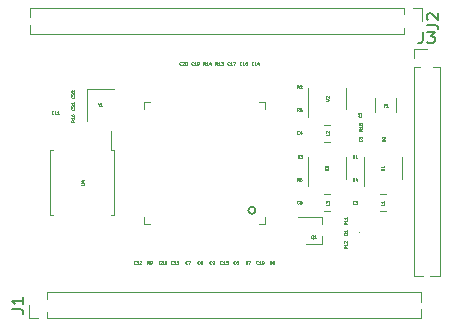
<source format=gbr>
%TF.GenerationSoftware,KiCad,Pcbnew,5.1.5+dfsg1-2build2*%
%TF.CreationDate,2021-03-18T01:20:22+03:00*%
%TF.ProjectId,som_f1c,736f6d5f-6631-4632-9e6b-696361645f70,rev?*%
%TF.SameCoordinates,Original*%
%TF.FileFunction,Legend,Top*%
%TF.FilePolarity,Positive*%
%FSLAX46Y46*%
G04 Gerber Fmt 4.6, Leading zero omitted, Abs format (unit mm)*
G04 Created by KiCad (PCBNEW 5.1.5+dfsg1-2build2) date 2021-03-18 01:20:22*
%MOMM*%
%LPD*%
G04 APERTURE LIST*
%ADD10C,0.120000*%
%ADD11C,0.150000*%
%ADD12C,0.100000*%
%ADD13C,0.063500*%
%ADD14C,0.062500*%
G04 APERTURE END LIST*
D10*
%TO.C,J3*%
X209611600Y-86462800D02*
X210721600Y-86462800D01*
X209611600Y-87222800D02*
X209611600Y-86462800D01*
X211285071Y-87982800D02*
X211831600Y-87982800D01*
X209611600Y-87982800D02*
X210158129Y-87982800D01*
X211831600Y-87982800D02*
X211831600Y-105697800D01*
X209611600Y-87982800D02*
X209611600Y-105697800D01*
X211029130Y-105697800D02*
X211831600Y-105697800D01*
X209611600Y-105697800D02*
X210414070Y-105697800D01*
%TO.C,J2*%
X210334200Y-82976200D02*
X210334200Y-84086200D01*
X209574200Y-82976200D02*
X210334200Y-82976200D01*
X208814200Y-84649671D02*
X208814200Y-85196200D01*
X208814200Y-82976200D02*
X208814200Y-83522729D01*
X208814200Y-85196200D02*
X177129200Y-85196200D01*
X208814200Y-82976200D02*
X177129200Y-82976200D01*
X177129200Y-84393730D02*
X177129200Y-85196200D01*
X177129200Y-82976200D02*
X177129200Y-83778670D01*
%TO.C,J1*%
X177063400Y-109272800D02*
X177063400Y-108162800D01*
X177823400Y-109272800D02*
X177063400Y-109272800D01*
X178583400Y-107599329D02*
X178583400Y-107052800D01*
X178583400Y-109272800D02*
X178583400Y-108726271D01*
X178583400Y-107052800D02*
X210268400Y-107052800D01*
X178583400Y-109272800D02*
X210268400Y-109272800D01*
X210268400Y-107855270D02*
X210268400Y-107052800D01*
X210268400Y-109272800D02*
X210268400Y-108470330D01*
%TO.C,U5*%
X197072400Y-100713600D02*
X197072400Y-101263600D01*
D11*
X196222400Y-100113600D02*
G75*
G03X196222400Y-100113600I-300000J0D01*
G01*
D10*
X196522400Y-101263600D02*
X197072400Y-101263600D01*
X197072400Y-90963600D02*
X197072400Y-91513600D01*
X196522400Y-90963600D02*
X197072400Y-90963600D01*
X186772400Y-90963600D02*
X186772400Y-91513600D01*
X187322400Y-90963600D02*
X186772400Y-90963600D01*
X186772400Y-101263600D02*
X186772400Y-100713600D01*
X187322400Y-101263600D02*
X186772400Y-101263600D01*
D12*
%TO.C,D2*%
X208203200Y-94074800D02*
G75*
G03X208203200Y-94074800I-50000J0D01*
G01*
D10*
%TO.C,U4*%
X184006800Y-95042400D02*
X184006800Y-93367400D01*
X184266800Y-95042400D02*
X184006800Y-95042400D01*
X184266800Y-97767400D02*
X184266800Y-95042400D01*
X184266800Y-100492400D02*
X184006800Y-100492400D01*
X184266800Y-97767400D02*
X184266800Y-100492400D01*
X178816800Y-95042400D02*
X179076800Y-95042400D01*
X178816800Y-97767400D02*
X178816800Y-95042400D01*
X178816800Y-100492400D02*
X179076800Y-100492400D01*
X178816800Y-97767400D02*
X178816800Y-100492400D01*
%TO.C,Q1*%
X200472000Y-102971400D02*
X201882000Y-102971400D01*
X201882000Y-100651400D02*
X199852000Y-100651400D01*
X201882000Y-100651400D02*
X201882000Y-101311400D01*
X201882000Y-102311400D02*
X201882000Y-102971400D01*
%TO.C,U3*%
X200675600Y-95642400D02*
X200675600Y-98092400D01*
X203895600Y-97442400D02*
X203895600Y-95642400D01*
%TO.C,U2*%
X200685800Y-89738000D02*
X200685800Y-92188000D01*
X203905800Y-91538000D02*
X203905800Y-89738000D01*
%TO.C,U1*%
X205400000Y-95638600D02*
X205400000Y-98088600D01*
X208620000Y-97438600D02*
X208620000Y-95638600D01*
%TO.C,F1*%
X208148600Y-91829064D02*
X208148600Y-90624936D01*
X206328600Y-91829064D02*
X206328600Y-90624936D01*
%TO.C,Y1*%
X181932400Y-89859800D02*
X181932400Y-92559800D01*
X184232400Y-89859800D02*
X181932400Y-89859800D01*
%TO.C,L3*%
X202567278Y-98775000D02*
X202050122Y-98775000D01*
X202567278Y-100195000D02*
X202050122Y-100195000D01*
%TO.C,L2*%
X202567278Y-92882200D02*
X202050122Y-92882200D01*
X202567278Y-94302200D02*
X202050122Y-94302200D01*
%TO.C,L1*%
X207291678Y-98775000D02*
X206774522Y-98775000D01*
X207291678Y-100195000D02*
X206774522Y-100195000D01*
D12*
%TO.C,D1*%
X204998000Y-101999600D02*
G75*
G03X204998000Y-101999600I-50000J0D01*
G01*
%TO.C,J3*%
D11*
X210388266Y-84980180D02*
X210388266Y-85694466D01*
X210340647Y-85837323D01*
X210245409Y-85932561D01*
X210102552Y-85980180D01*
X210007314Y-85980180D01*
X210769219Y-84980180D02*
X211388266Y-84980180D01*
X211054933Y-85361133D01*
X211197790Y-85361133D01*
X211293028Y-85408752D01*
X211340647Y-85456371D01*
X211388266Y-85551609D01*
X211388266Y-85789704D01*
X211340647Y-85884942D01*
X211293028Y-85932561D01*
X211197790Y-85980180D01*
X210912076Y-85980180D01*
X210816838Y-85932561D01*
X210769219Y-85884942D01*
%TO.C,J2*%
X210721580Y-84419533D02*
X211435866Y-84419533D01*
X211578723Y-84467152D01*
X211673961Y-84562390D01*
X211721580Y-84705247D01*
X211721580Y-84800485D01*
X210816819Y-83990961D02*
X210769200Y-83943342D01*
X210721580Y-83848104D01*
X210721580Y-83610009D01*
X210769200Y-83514771D01*
X210816819Y-83467152D01*
X210912057Y-83419533D01*
X211007295Y-83419533D01*
X211150152Y-83467152D01*
X211721580Y-84038580D01*
X211721580Y-83419533D01*
%TO.C,J1*%
X175580780Y-108496133D02*
X176295066Y-108496133D01*
X176437923Y-108543752D01*
X176533161Y-108638990D01*
X176580780Y-108781847D01*
X176580780Y-108877085D01*
X176580780Y-107496133D02*
X176580780Y-108067561D01*
X176580780Y-107781847D02*
X175580780Y-107781847D01*
X175723638Y-107877085D01*
X175818876Y-107972323D01*
X175866495Y-108067561D01*
%TO.C,R15*%
D13*
X205222304Y-93222085D02*
X205101352Y-93306752D01*
X205222304Y-93367228D02*
X204968304Y-93367228D01*
X204968304Y-93270466D01*
X204980400Y-93246276D01*
X204992495Y-93234180D01*
X205016685Y-93222085D01*
X205052971Y-93222085D01*
X205077161Y-93234180D01*
X205089257Y-93246276D01*
X205101352Y-93270466D01*
X205101352Y-93367228D01*
X205222304Y-92980180D02*
X205222304Y-93125323D01*
X205222304Y-93052752D02*
X204968304Y-93052752D01*
X205004590Y-93076942D01*
X205028780Y-93101133D01*
X205040876Y-93125323D01*
X204968304Y-92750371D02*
X204968304Y-92871323D01*
X205089257Y-92883419D01*
X205077161Y-92871323D01*
X205065066Y-92847133D01*
X205065066Y-92786657D01*
X205077161Y-92762466D01*
X205089257Y-92750371D01*
X205113447Y-92738276D01*
X205173923Y-92738276D01*
X205198114Y-92750371D01*
X205210209Y-92762466D01*
X205222304Y-92786657D01*
X205222304Y-92847133D01*
X205210209Y-92871323D01*
X205198114Y-92883419D01*
%TO.C,D2*%
X207178104Y-94262276D02*
X206924104Y-94262276D01*
X206924104Y-94201800D01*
X206936200Y-94165514D01*
X206960390Y-94141323D01*
X206984580Y-94129228D01*
X207032961Y-94117133D01*
X207069247Y-94117133D01*
X207117628Y-94129228D01*
X207141819Y-94141323D01*
X207166009Y-94165514D01*
X207178104Y-94201800D01*
X207178104Y-94262276D01*
X206948295Y-94020371D02*
X206936200Y-94008276D01*
X206924104Y-93984085D01*
X206924104Y-93923609D01*
X206936200Y-93899419D01*
X206948295Y-93887323D01*
X206972485Y-93875228D01*
X206996676Y-93875228D01*
X207032961Y-93887323D01*
X207178104Y-94032466D01*
X207178104Y-93875228D01*
%TO.C,U4*%
X181428104Y-97960923D02*
X181633723Y-97960923D01*
X181657914Y-97948828D01*
X181670009Y-97936733D01*
X181682104Y-97912542D01*
X181682104Y-97864161D01*
X181670009Y-97839971D01*
X181657914Y-97827876D01*
X181633723Y-97815780D01*
X181428104Y-97815780D01*
X181512771Y-97585971D02*
X181682104Y-97585971D01*
X181416009Y-97646447D02*
X181597438Y-97706923D01*
X181597438Y-97549685D01*
%TO.C,Q1*%
X201118409Y-102501095D02*
X201094219Y-102489000D01*
X201070028Y-102464809D01*
X201033742Y-102428523D01*
X201009552Y-102416428D01*
X200985361Y-102416428D01*
X200997457Y-102476904D02*
X200973266Y-102464809D01*
X200949076Y-102440619D01*
X200936980Y-102392238D01*
X200936980Y-102307571D01*
X200949076Y-102259190D01*
X200973266Y-102235000D01*
X200997457Y-102222904D01*
X201045838Y-102222904D01*
X201070028Y-102235000D01*
X201094219Y-102259190D01*
X201106314Y-102307571D01*
X201106314Y-102392238D01*
X201094219Y-102440619D01*
X201070028Y-102464809D01*
X201045838Y-102476904D01*
X200997457Y-102476904D01*
X201348219Y-102476904D02*
X201203076Y-102476904D01*
X201275647Y-102476904D02*
X201275647Y-102222904D01*
X201251457Y-102259190D01*
X201227266Y-102283380D01*
X201203076Y-102295476D01*
%TO.C,U3*%
X202146504Y-96735923D02*
X202352123Y-96735923D01*
X202376314Y-96723828D01*
X202388409Y-96711733D01*
X202400504Y-96687542D01*
X202400504Y-96639161D01*
X202388409Y-96614971D01*
X202376314Y-96602876D01*
X202352123Y-96590780D01*
X202146504Y-96590780D01*
X202146504Y-96494019D02*
X202146504Y-96336780D01*
X202243266Y-96421447D01*
X202243266Y-96385161D01*
X202255361Y-96360971D01*
X202267457Y-96348876D01*
X202291647Y-96336780D01*
X202352123Y-96336780D01*
X202376314Y-96348876D01*
X202388409Y-96360971D01*
X202400504Y-96385161D01*
X202400504Y-96457733D01*
X202388409Y-96481923D01*
X202376314Y-96494019D01*
%TO.C,U2*%
X202156704Y-90831523D02*
X202362323Y-90831523D01*
X202386514Y-90819428D01*
X202398609Y-90807333D01*
X202410704Y-90783142D01*
X202410704Y-90734761D01*
X202398609Y-90710571D01*
X202386514Y-90698476D01*
X202362323Y-90686380D01*
X202156704Y-90686380D01*
X202180895Y-90577523D02*
X202168800Y-90565428D01*
X202156704Y-90541238D01*
X202156704Y-90480761D01*
X202168800Y-90456571D01*
X202180895Y-90444476D01*
X202205085Y-90432380D01*
X202229276Y-90432380D01*
X202265561Y-90444476D01*
X202410704Y-90589619D01*
X202410704Y-90432380D01*
%TO.C,U1*%
X206870904Y-96732123D02*
X207076523Y-96732123D01*
X207100714Y-96720028D01*
X207112809Y-96707933D01*
X207124904Y-96683742D01*
X207124904Y-96635361D01*
X207112809Y-96611171D01*
X207100714Y-96599076D01*
X207076523Y-96586980D01*
X206870904Y-96586980D01*
X207124904Y-96332980D02*
X207124904Y-96478123D01*
X207124904Y-96405552D02*
X206870904Y-96405552D01*
X206907190Y-96429742D01*
X206931380Y-96453933D01*
X206943476Y-96478123D01*
%TO.C,F1*%
X207153933Y-91208857D02*
X207069266Y-91208857D01*
X207069266Y-91341904D02*
X207069266Y-91087904D01*
X207190219Y-91087904D01*
X207420028Y-91341904D02*
X207274885Y-91341904D01*
X207347457Y-91341904D02*
X207347457Y-91087904D01*
X207323266Y-91124190D01*
X207299076Y-91148380D01*
X207274885Y-91160476D01*
%TO.C,Y1*%
X182944847Y-91203752D02*
X182944847Y-91324704D01*
X182860180Y-91070704D02*
X182944847Y-91203752D01*
X183029514Y-91070704D01*
X183247228Y-91324704D02*
X183102085Y-91324704D01*
X183174657Y-91324704D02*
X183174657Y-91070704D01*
X183150466Y-91106990D01*
X183126276Y-91131180D01*
X183102085Y-91143276D01*
%TO.C,R12*%
D14*
X203973495Y-103176314D02*
X203854447Y-103259647D01*
X203973495Y-103319171D02*
X203723495Y-103319171D01*
X203723495Y-103223933D01*
X203735400Y-103200123D01*
X203747304Y-103188219D01*
X203771114Y-103176314D01*
X203806828Y-103176314D01*
X203830638Y-103188219D01*
X203842542Y-103200123D01*
X203854447Y-103223933D01*
X203854447Y-103319171D01*
X203973495Y-102938219D02*
X203973495Y-103081076D01*
X203973495Y-103009647D02*
X203723495Y-103009647D01*
X203759209Y-103033457D01*
X203783019Y-103057266D01*
X203794923Y-103081076D01*
X203747304Y-102842980D02*
X203735400Y-102831076D01*
X203723495Y-102807266D01*
X203723495Y-102747742D01*
X203735400Y-102723933D01*
X203747304Y-102712028D01*
X203771114Y-102700123D01*
X203794923Y-102700123D01*
X203830638Y-102712028D01*
X203973495Y-102854885D01*
X203973495Y-102700123D01*
%TO.C,L3*%
D13*
X202438604Y-99527333D02*
X202438604Y-99648285D01*
X202184604Y-99648285D01*
X202184604Y-99466857D02*
X202184604Y-99309619D01*
X202281366Y-99394285D01*
X202281366Y-99358000D01*
X202293461Y-99333809D01*
X202305557Y-99321714D01*
X202329747Y-99309619D01*
X202390223Y-99309619D01*
X202414414Y-99321714D01*
X202426509Y-99333809D01*
X202438604Y-99358000D01*
X202438604Y-99430571D01*
X202426509Y-99454761D01*
X202414414Y-99466857D01*
%TO.C,L2*%
X202438604Y-93634533D02*
X202438604Y-93755485D01*
X202184604Y-93755485D01*
X202208795Y-93561961D02*
X202196700Y-93549866D01*
X202184604Y-93525676D01*
X202184604Y-93465200D01*
X202196700Y-93441009D01*
X202208795Y-93428914D01*
X202232985Y-93416819D01*
X202257176Y-93416819D01*
X202293461Y-93428914D01*
X202438604Y-93574057D01*
X202438604Y-93416819D01*
%TO.C,L1*%
X207133004Y-99527333D02*
X207133004Y-99648285D01*
X206879004Y-99648285D01*
X207133004Y-99309619D02*
X207133004Y-99454761D01*
X207133004Y-99382190D02*
X206879004Y-99382190D01*
X206915290Y-99406380D01*
X206939480Y-99430571D01*
X206951576Y-99454761D01*
%TO.C,R14*%
X191967513Y-87796705D02*
X191882846Y-87675753D01*
X191822370Y-87796705D02*
X191822370Y-87542705D01*
X191919132Y-87542705D01*
X191943322Y-87554801D01*
X191955418Y-87566896D01*
X191967513Y-87591086D01*
X191967513Y-87627372D01*
X191955418Y-87651562D01*
X191943322Y-87663658D01*
X191919132Y-87675753D01*
X191822370Y-87675753D01*
X192209418Y-87796705D02*
X192064275Y-87796705D01*
X192136846Y-87796705D02*
X192136846Y-87542705D01*
X192112656Y-87578991D01*
X192088465Y-87603181D01*
X192064275Y-87615277D01*
X192427132Y-87627372D02*
X192427132Y-87796705D01*
X192366656Y-87530610D02*
X192306179Y-87712039D01*
X192463418Y-87712039D01*
%TO.C,R13*%
X192982713Y-87793304D02*
X192898046Y-87672352D01*
X192837570Y-87793304D02*
X192837570Y-87539304D01*
X192934332Y-87539304D01*
X192958522Y-87551400D01*
X192970618Y-87563495D01*
X192982713Y-87587685D01*
X192982713Y-87623971D01*
X192970618Y-87648161D01*
X192958522Y-87660257D01*
X192934332Y-87672352D01*
X192837570Y-87672352D01*
X193224618Y-87793304D02*
X193079475Y-87793304D01*
X193152046Y-87793304D02*
X193152046Y-87539304D01*
X193127856Y-87575590D01*
X193103665Y-87599780D01*
X193079475Y-87611876D01*
X193309284Y-87539304D02*
X193466522Y-87539304D01*
X193381856Y-87636066D01*
X193418141Y-87636066D01*
X193442332Y-87648161D01*
X193454427Y-87660257D01*
X193466522Y-87684447D01*
X193466522Y-87744923D01*
X193454427Y-87769114D01*
X193442332Y-87781209D01*
X193418141Y-87793304D01*
X193345570Y-87793304D01*
X193321379Y-87781209D01*
X193309284Y-87769114D01*
%TO.C,R11*%
D14*
X203973495Y-101144314D02*
X203854447Y-101227647D01*
X203973495Y-101287171D02*
X203723495Y-101287171D01*
X203723495Y-101191933D01*
X203735400Y-101168123D01*
X203747304Y-101156219D01*
X203771114Y-101144314D01*
X203806828Y-101144314D01*
X203830638Y-101156219D01*
X203842542Y-101168123D01*
X203854447Y-101191933D01*
X203854447Y-101287171D01*
X203973495Y-100906219D02*
X203973495Y-101049076D01*
X203973495Y-100977647D02*
X203723495Y-100977647D01*
X203759209Y-101001457D01*
X203783019Y-101025266D01*
X203794923Y-101049076D01*
X203973495Y-100668123D02*
X203973495Y-100810980D01*
X203973495Y-100739552D02*
X203723495Y-100739552D01*
X203759209Y-100763361D01*
X203783019Y-100787171D01*
X203794923Y-100810980D01*
%TO.C,R10*%
D13*
X180892304Y-92476485D02*
X180771352Y-92561152D01*
X180892304Y-92621628D02*
X180638304Y-92621628D01*
X180638304Y-92524866D01*
X180650400Y-92500676D01*
X180662495Y-92488580D01*
X180686685Y-92476485D01*
X180722971Y-92476485D01*
X180747161Y-92488580D01*
X180759257Y-92500676D01*
X180771352Y-92524866D01*
X180771352Y-92621628D01*
X180892304Y-92234580D02*
X180892304Y-92379723D01*
X180892304Y-92307152D02*
X180638304Y-92307152D01*
X180674590Y-92331342D01*
X180698780Y-92355533D01*
X180710876Y-92379723D01*
X180638304Y-92077342D02*
X180638304Y-92053152D01*
X180650400Y-92028961D01*
X180662495Y-92016866D01*
X180686685Y-92004771D01*
X180735066Y-91992676D01*
X180795542Y-91992676D01*
X180843923Y-92004771D01*
X180868114Y-92016866D01*
X180880209Y-92028961D01*
X180892304Y-92053152D01*
X180892304Y-92077342D01*
X180880209Y-92101533D01*
X180868114Y-92113628D01*
X180843923Y-92125723D01*
X180795542Y-92137819D01*
X180735066Y-92137819D01*
X180686685Y-92125723D01*
X180662495Y-92113628D01*
X180650400Y-92101533D01*
X180638304Y-92077342D01*
%TO.C,R9*%
X187206516Y-104650904D02*
X187121850Y-104529952D01*
X187061373Y-104650904D02*
X187061373Y-104396904D01*
X187158135Y-104396904D01*
X187182326Y-104409000D01*
X187194421Y-104421095D01*
X187206516Y-104445285D01*
X187206516Y-104481571D01*
X187194421Y-104505761D01*
X187182326Y-104517857D01*
X187158135Y-104529952D01*
X187061373Y-104529952D01*
X187327469Y-104650904D02*
X187375850Y-104650904D01*
X187400040Y-104638809D01*
X187412135Y-104626714D01*
X187436326Y-104590428D01*
X187448421Y-104542047D01*
X187448421Y-104445285D01*
X187436326Y-104421095D01*
X187424230Y-104409000D01*
X187400040Y-104396904D01*
X187351659Y-104396904D01*
X187327469Y-104409000D01*
X187315373Y-104421095D01*
X187303278Y-104445285D01*
X187303278Y-104505761D01*
X187315373Y-104529952D01*
X187327469Y-104542047D01*
X187351659Y-104554142D01*
X187400040Y-104554142D01*
X187424230Y-104542047D01*
X187436326Y-104529952D01*
X187448421Y-104505761D01*
%TO.C,R8*%
X197559917Y-104655704D02*
X197475251Y-104534752D01*
X197414774Y-104655704D02*
X197414774Y-104401704D01*
X197511536Y-104401704D01*
X197535727Y-104413800D01*
X197547822Y-104425895D01*
X197559917Y-104450085D01*
X197559917Y-104486371D01*
X197547822Y-104510561D01*
X197535727Y-104522657D01*
X197511536Y-104534752D01*
X197414774Y-104534752D01*
X197705060Y-104510561D02*
X197680870Y-104498466D01*
X197668774Y-104486371D01*
X197656679Y-104462180D01*
X197656679Y-104450085D01*
X197668774Y-104425895D01*
X197680870Y-104413800D01*
X197705060Y-104401704D01*
X197753441Y-104401704D01*
X197777631Y-104413800D01*
X197789727Y-104425895D01*
X197801822Y-104450085D01*
X197801822Y-104462180D01*
X197789727Y-104486371D01*
X197777631Y-104498466D01*
X197753441Y-104510561D01*
X197705060Y-104510561D01*
X197680870Y-104522657D01*
X197668774Y-104534752D01*
X197656679Y-104558942D01*
X197656679Y-104607323D01*
X197668774Y-104631514D01*
X197680870Y-104643609D01*
X197705060Y-104655704D01*
X197753441Y-104655704D01*
X197777631Y-104643609D01*
X197789727Y-104631514D01*
X197801822Y-104607323D01*
X197801822Y-104558942D01*
X197789727Y-104534752D01*
X197777631Y-104522657D01*
X197753441Y-104510561D01*
%TO.C,R7*%
X195537716Y-104650904D02*
X195453050Y-104529952D01*
X195392573Y-104650904D02*
X195392573Y-104396904D01*
X195489335Y-104396904D01*
X195513526Y-104409000D01*
X195525621Y-104421095D01*
X195537716Y-104445285D01*
X195537716Y-104481571D01*
X195525621Y-104505761D01*
X195513526Y-104517857D01*
X195489335Y-104529952D01*
X195392573Y-104529952D01*
X195622383Y-104396904D02*
X195791716Y-104396904D01*
X195682859Y-104650904D01*
%TO.C,R6*%
X199881066Y-97621104D02*
X199796400Y-97500152D01*
X199735923Y-97621104D02*
X199735923Y-97367104D01*
X199832685Y-97367104D01*
X199856876Y-97379200D01*
X199868971Y-97391295D01*
X199881066Y-97415485D01*
X199881066Y-97451771D01*
X199868971Y-97475961D01*
X199856876Y-97488057D01*
X199832685Y-97500152D01*
X199735923Y-97500152D01*
X200098780Y-97367104D02*
X200050400Y-97367104D01*
X200026209Y-97379200D01*
X200014114Y-97391295D01*
X199989923Y-97427580D01*
X199977828Y-97475961D01*
X199977828Y-97572723D01*
X199989923Y-97596914D01*
X200002019Y-97609009D01*
X200026209Y-97621104D01*
X200074590Y-97621104D01*
X200098780Y-97609009D01*
X200110876Y-97596914D01*
X200122971Y-97572723D01*
X200122971Y-97512247D01*
X200110876Y-97488057D01*
X200098780Y-97475961D01*
X200074590Y-97463866D01*
X200026209Y-97463866D01*
X200002019Y-97475961D01*
X199989923Y-97488057D01*
X199977828Y-97512247D01*
%TO.C,R5*%
X199881066Y-91723504D02*
X199796400Y-91602552D01*
X199735923Y-91723504D02*
X199735923Y-91469504D01*
X199832685Y-91469504D01*
X199856876Y-91481600D01*
X199868971Y-91493695D01*
X199881066Y-91517885D01*
X199881066Y-91554171D01*
X199868971Y-91578361D01*
X199856876Y-91590457D01*
X199832685Y-91602552D01*
X199735923Y-91602552D01*
X200110876Y-91469504D02*
X199989923Y-91469504D01*
X199977828Y-91590457D01*
X199989923Y-91578361D01*
X200014114Y-91566266D01*
X200074590Y-91566266D01*
X200098780Y-91578361D01*
X200110876Y-91590457D01*
X200122971Y-91614647D01*
X200122971Y-91675123D01*
X200110876Y-91699314D01*
X200098780Y-91711409D01*
X200074590Y-91723504D01*
X200014114Y-91723504D01*
X199989923Y-91711409D01*
X199977828Y-91699314D01*
%TO.C,R4*%
D14*
X204605466Y-97615295D02*
X204520800Y-97494343D01*
X204460323Y-97615295D02*
X204460323Y-97361295D01*
X204557085Y-97361295D01*
X204581276Y-97373391D01*
X204593371Y-97385486D01*
X204605466Y-97409676D01*
X204605466Y-97445962D01*
X204593371Y-97470152D01*
X204581276Y-97482248D01*
X204557085Y-97494343D01*
X204460323Y-97494343D01*
X204823180Y-97445962D02*
X204823180Y-97615295D01*
X204762704Y-97349200D02*
X204702228Y-97530629D01*
X204859466Y-97530629D01*
%TO.C,R3*%
D13*
X199931866Y-95685904D02*
X199847200Y-95564952D01*
X199786723Y-95685904D02*
X199786723Y-95431904D01*
X199883485Y-95431904D01*
X199907676Y-95444000D01*
X199919771Y-95456095D01*
X199931866Y-95480285D01*
X199931866Y-95516571D01*
X199919771Y-95540761D01*
X199907676Y-95552857D01*
X199883485Y-95564952D01*
X199786723Y-95564952D01*
X200016533Y-95431904D02*
X200173771Y-95431904D01*
X200089104Y-95528666D01*
X200125390Y-95528666D01*
X200149580Y-95540761D01*
X200161676Y-95552857D01*
X200173771Y-95577047D01*
X200173771Y-95637523D01*
X200161676Y-95661714D01*
X200149580Y-95673809D01*
X200125390Y-95685904D01*
X200052819Y-95685904D01*
X200028628Y-95673809D01*
X200016533Y-95661714D01*
%TO.C,R2*%
X199881066Y-89792368D02*
X199796400Y-89671416D01*
X199735923Y-89792368D02*
X199735923Y-89538368D01*
X199832685Y-89538368D01*
X199856876Y-89550464D01*
X199868971Y-89562559D01*
X199881066Y-89586749D01*
X199881066Y-89623035D01*
X199868971Y-89647225D01*
X199856876Y-89659321D01*
X199832685Y-89671416D01*
X199735923Y-89671416D01*
X199977828Y-89562559D02*
X199989923Y-89550464D01*
X200014114Y-89538368D01*
X200074590Y-89538368D01*
X200098780Y-89550464D01*
X200110876Y-89562559D01*
X200122971Y-89586749D01*
X200122971Y-89610940D01*
X200110876Y-89647225D01*
X199965733Y-89792368D01*
X200122971Y-89792368D01*
%TO.C,R1*%
D14*
X204605466Y-95684396D02*
X204520800Y-95563444D01*
X204460323Y-95684396D02*
X204460323Y-95430396D01*
X204557085Y-95430396D01*
X204581276Y-95442492D01*
X204593371Y-95454587D01*
X204605466Y-95478777D01*
X204605466Y-95515063D01*
X204593371Y-95539253D01*
X204581276Y-95551349D01*
X204557085Y-95563444D01*
X204460323Y-95563444D01*
X204847371Y-95684396D02*
X204702228Y-95684396D01*
X204774800Y-95684396D02*
X204774800Y-95430396D01*
X204750609Y-95466682D01*
X204726419Y-95490872D01*
X204702228Y-95502968D01*
%TO.C,D1*%
X203973495Y-102184123D02*
X203723495Y-102184123D01*
X203723495Y-102124600D01*
X203735400Y-102088885D01*
X203759209Y-102065076D01*
X203783019Y-102053171D01*
X203830638Y-102041266D01*
X203866352Y-102041266D01*
X203913971Y-102053171D01*
X203937780Y-102065076D01*
X203961590Y-102088885D01*
X203973495Y-102124600D01*
X203973495Y-102184123D01*
X203973495Y-101803171D02*
X203973495Y-101946028D01*
X203973495Y-101874600D02*
X203723495Y-101874600D01*
X203759209Y-101898409D01*
X203783019Y-101922219D01*
X203794923Y-101946028D01*
%TO.C,C22*%
D13*
X180865714Y-90444485D02*
X180877809Y-90456580D01*
X180889904Y-90492866D01*
X180889904Y-90517057D01*
X180877809Y-90553342D01*
X180853619Y-90577533D01*
X180829428Y-90589628D01*
X180781047Y-90601723D01*
X180744761Y-90601723D01*
X180696380Y-90589628D01*
X180672190Y-90577533D01*
X180648000Y-90553342D01*
X180635904Y-90517057D01*
X180635904Y-90492866D01*
X180648000Y-90456580D01*
X180660095Y-90444485D01*
X180660095Y-90347723D02*
X180648000Y-90335628D01*
X180635904Y-90311438D01*
X180635904Y-90250961D01*
X180648000Y-90226771D01*
X180660095Y-90214676D01*
X180684285Y-90202580D01*
X180708476Y-90202580D01*
X180744761Y-90214676D01*
X180889904Y-90359819D01*
X180889904Y-90202580D01*
X180660095Y-90105819D02*
X180648000Y-90093723D01*
X180635904Y-90069533D01*
X180635904Y-90009057D01*
X180648000Y-89984866D01*
X180660095Y-89972771D01*
X180684285Y-89960676D01*
X180708476Y-89960676D01*
X180744761Y-89972771D01*
X180889904Y-90117914D01*
X180889904Y-89960676D01*
%TO.C,C21*%
X180865714Y-91460485D02*
X180877809Y-91472580D01*
X180889904Y-91508866D01*
X180889904Y-91533057D01*
X180877809Y-91569342D01*
X180853619Y-91593533D01*
X180829428Y-91605628D01*
X180781047Y-91617723D01*
X180744761Y-91617723D01*
X180696380Y-91605628D01*
X180672190Y-91593533D01*
X180648000Y-91569342D01*
X180635904Y-91533057D01*
X180635904Y-91508866D01*
X180648000Y-91472580D01*
X180660095Y-91460485D01*
X180660095Y-91363723D02*
X180648000Y-91351628D01*
X180635904Y-91327438D01*
X180635904Y-91266961D01*
X180648000Y-91242771D01*
X180660095Y-91230676D01*
X180684285Y-91218580D01*
X180708476Y-91218580D01*
X180744761Y-91230676D01*
X180889904Y-91375819D01*
X180889904Y-91218580D01*
X180889904Y-90976676D02*
X180889904Y-91121819D01*
X180889904Y-91049247D02*
X180635904Y-91049247D01*
X180672190Y-91073438D01*
X180696380Y-91097628D01*
X180708476Y-91121819D01*
%TO.C,C20*%
X189930314Y-87769114D02*
X189918219Y-87781209D01*
X189881933Y-87793304D01*
X189857742Y-87793304D01*
X189821457Y-87781209D01*
X189797266Y-87757019D01*
X189785171Y-87732828D01*
X189773076Y-87684447D01*
X189773076Y-87648161D01*
X189785171Y-87599780D01*
X189797266Y-87575590D01*
X189821457Y-87551400D01*
X189857742Y-87539304D01*
X189881933Y-87539304D01*
X189918219Y-87551400D01*
X189930314Y-87563495D01*
X190027076Y-87563495D02*
X190039171Y-87551400D01*
X190063361Y-87539304D01*
X190123838Y-87539304D01*
X190148028Y-87551400D01*
X190160123Y-87563495D01*
X190172219Y-87587685D01*
X190172219Y-87611876D01*
X190160123Y-87648161D01*
X190014980Y-87793304D01*
X190172219Y-87793304D01*
X190329457Y-87539304D02*
X190353647Y-87539304D01*
X190377838Y-87551400D01*
X190389933Y-87563495D01*
X190402028Y-87587685D01*
X190414123Y-87636066D01*
X190414123Y-87696542D01*
X190402028Y-87744923D01*
X190389933Y-87769114D01*
X190377838Y-87781209D01*
X190353647Y-87793304D01*
X190329457Y-87793304D01*
X190305266Y-87781209D01*
X190293171Y-87769114D01*
X190281076Y-87744923D01*
X190268980Y-87696542D01*
X190268980Y-87636066D01*
X190281076Y-87587685D01*
X190293171Y-87563495D01*
X190305266Y-87551400D01*
X190329457Y-87539304D01*
%TO.C,C19*%
X190946314Y-87769114D02*
X190934219Y-87781209D01*
X190897933Y-87793304D01*
X190873742Y-87793304D01*
X190837457Y-87781209D01*
X190813266Y-87757019D01*
X190801171Y-87732828D01*
X190789076Y-87684447D01*
X190789076Y-87648161D01*
X190801171Y-87599780D01*
X190813266Y-87575590D01*
X190837457Y-87551400D01*
X190873742Y-87539304D01*
X190897933Y-87539304D01*
X190934219Y-87551400D01*
X190946314Y-87563495D01*
X191188219Y-87793304D02*
X191043076Y-87793304D01*
X191115647Y-87793304D02*
X191115647Y-87539304D01*
X191091457Y-87575590D01*
X191067266Y-87599780D01*
X191043076Y-87611876D01*
X191309171Y-87793304D02*
X191357552Y-87793304D01*
X191381742Y-87781209D01*
X191393838Y-87769114D01*
X191418028Y-87732828D01*
X191430123Y-87684447D01*
X191430123Y-87587685D01*
X191418028Y-87563495D01*
X191405933Y-87551400D01*
X191381742Y-87539304D01*
X191333361Y-87539304D01*
X191309171Y-87551400D01*
X191297076Y-87563495D01*
X191284980Y-87587685D01*
X191284980Y-87648161D01*
X191297076Y-87672352D01*
X191309171Y-87684447D01*
X191333361Y-87696542D01*
X191381742Y-87696542D01*
X191405933Y-87684447D01*
X191418028Y-87672352D01*
X191430123Y-87648161D01*
%TO.C,C18*%
X188203114Y-104614114D02*
X188191019Y-104626209D01*
X188154733Y-104638304D01*
X188130542Y-104638304D01*
X188094257Y-104626209D01*
X188070066Y-104602019D01*
X188057971Y-104577828D01*
X188045876Y-104529447D01*
X188045876Y-104493161D01*
X188057971Y-104444780D01*
X188070066Y-104420590D01*
X188094257Y-104396400D01*
X188130542Y-104384304D01*
X188154733Y-104384304D01*
X188191019Y-104396400D01*
X188203114Y-104408495D01*
X188445019Y-104638304D02*
X188299876Y-104638304D01*
X188372447Y-104638304D02*
X188372447Y-104384304D01*
X188348257Y-104420590D01*
X188324066Y-104444780D01*
X188299876Y-104456876D01*
X188590161Y-104493161D02*
X188565971Y-104481066D01*
X188553876Y-104468971D01*
X188541780Y-104444780D01*
X188541780Y-104432685D01*
X188553876Y-104408495D01*
X188565971Y-104396400D01*
X188590161Y-104384304D01*
X188638542Y-104384304D01*
X188662733Y-104396400D01*
X188674828Y-104408495D01*
X188686923Y-104432685D01*
X188686923Y-104444780D01*
X188674828Y-104468971D01*
X188662733Y-104481066D01*
X188638542Y-104493161D01*
X188590161Y-104493161D01*
X188565971Y-104505257D01*
X188553876Y-104517352D01*
X188541780Y-104541542D01*
X188541780Y-104589923D01*
X188553876Y-104614114D01*
X188565971Y-104626209D01*
X188590161Y-104638304D01*
X188638542Y-104638304D01*
X188662733Y-104626209D01*
X188674828Y-104614114D01*
X188686923Y-104589923D01*
X188686923Y-104541542D01*
X188674828Y-104517352D01*
X188662733Y-104505257D01*
X188638542Y-104493161D01*
%TO.C,C17*%
X193994314Y-87769114D02*
X193982219Y-87781209D01*
X193945933Y-87793304D01*
X193921742Y-87793304D01*
X193885457Y-87781209D01*
X193861266Y-87757019D01*
X193849171Y-87732828D01*
X193837076Y-87684447D01*
X193837076Y-87648161D01*
X193849171Y-87599780D01*
X193861266Y-87575590D01*
X193885457Y-87551400D01*
X193921742Y-87539304D01*
X193945933Y-87539304D01*
X193982219Y-87551400D01*
X193994314Y-87563495D01*
X194236219Y-87793304D02*
X194091076Y-87793304D01*
X194163647Y-87793304D02*
X194163647Y-87539304D01*
X194139457Y-87575590D01*
X194115266Y-87599780D01*
X194091076Y-87611876D01*
X194320885Y-87539304D02*
X194490219Y-87539304D01*
X194381361Y-87793304D01*
%TO.C,C16*%
X195035714Y-87769114D02*
X195023619Y-87781209D01*
X194987333Y-87793304D01*
X194963142Y-87793304D01*
X194926857Y-87781209D01*
X194902666Y-87757019D01*
X194890571Y-87732828D01*
X194878476Y-87684447D01*
X194878476Y-87648161D01*
X194890571Y-87599780D01*
X194902666Y-87575590D01*
X194926857Y-87551400D01*
X194963142Y-87539304D01*
X194987333Y-87539304D01*
X195023619Y-87551400D01*
X195035714Y-87563495D01*
X195277619Y-87793304D02*
X195132476Y-87793304D01*
X195205047Y-87793304D02*
X195205047Y-87539304D01*
X195180857Y-87575590D01*
X195156666Y-87599780D01*
X195132476Y-87611876D01*
X195495333Y-87539304D02*
X195446952Y-87539304D01*
X195422761Y-87551400D01*
X195410666Y-87563495D01*
X195386476Y-87599780D01*
X195374380Y-87648161D01*
X195374380Y-87744923D01*
X195386476Y-87769114D01*
X195398571Y-87781209D01*
X195422761Y-87793304D01*
X195471142Y-87793304D01*
X195495333Y-87781209D01*
X195507428Y-87769114D01*
X195519523Y-87744923D01*
X195519523Y-87684447D01*
X195507428Y-87660257D01*
X195495333Y-87648161D01*
X195471142Y-87636066D01*
X195422761Y-87636066D01*
X195398571Y-87648161D01*
X195386476Y-87660257D01*
X195374380Y-87684447D01*
%TO.C,C15*%
X193389965Y-104631514D02*
X193377870Y-104643609D01*
X193341584Y-104655704D01*
X193317393Y-104655704D01*
X193281108Y-104643609D01*
X193256917Y-104619419D01*
X193244822Y-104595228D01*
X193232727Y-104546847D01*
X193232727Y-104510561D01*
X193244822Y-104462180D01*
X193256917Y-104437990D01*
X193281108Y-104413800D01*
X193317393Y-104401704D01*
X193341584Y-104401704D01*
X193377870Y-104413800D01*
X193389965Y-104425895D01*
X193631870Y-104655704D02*
X193486727Y-104655704D01*
X193559298Y-104655704D02*
X193559298Y-104401704D01*
X193535108Y-104437990D01*
X193510917Y-104462180D01*
X193486727Y-104474276D01*
X193861679Y-104401704D02*
X193740727Y-104401704D01*
X193728631Y-104522657D01*
X193740727Y-104510561D01*
X193764917Y-104498466D01*
X193825393Y-104498466D01*
X193849584Y-104510561D01*
X193861679Y-104522657D01*
X193873774Y-104546847D01*
X193873774Y-104607323D01*
X193861679Y-104631514D01*
X193849584Y-104643609D01*
X193825393Y-104655704D01*
X193764917Y-104655704D01*
X193740727Y-104643609D01*
X193728631Y-104631514D01*
%TO.C,C14*%
X196051714Y-87769114D02*
X196039619Y-87781209D01*
X196003333Y-87793304D01*
X195979142Y-87793304D01*
X195942857Y-87781209D01*
X195918666Y-87757019D01*
X195906571Y-87732828D01*
X195894476Y-87684447D01*
X195894476Y-87648161D01*
X195906571Y-87599780D01*
X195918666Y-87575590D01*
X195942857Y-87551400D01*
X195979142Y-87539304D01*
X196003333Y-87539304D01*
X196039619Y-87551400D01*
X196051714Y-87563495D01*
X196293619Y-87793304D02*
X196148476Y-87793304D01*
X196221047Y-87793304D02*
X196221047Y-87539304D01*
X196196857Y-87575590D01*
X196172666Y-87599780D01*
X196148476Y-87611876D01*
X196511333Y-87623971D02*
X196511333Y-87793304D01*
X196450857Y-87527209D02*
X196390380Y-87708638D01*
X196547619Y-87708638D01*
%TO.C,C13*%
X189219164Y-104631514D02*
X189207069Y-104643609D01*
X189170783Y-104655704D01*
X189146592Y-104655704D01*
X189110307Y-104643609D01*
X189086116Y-104619419D01*
X189074021Y-104595228D01*
X189061926Y-104546847D01*
X189061926Y-104510561D01*
X189074021Y-104462180D01*
X189086116Y-104437990D01*
X189110307Y-104413800D01*
X189146592Y-104401704D01*
X189170783Y-104401704D01*
X189207069Y-104413800D01*
X189219164Y-104425895D01*
X189461069Y-104655704D02*
X189315926Y-104655704D01*
X189388497Y-104655704D02*
X189388497Y-104401704D01*
X189364307Y-104437990D01*
X189340116Y-104462180D01*
X189315926Y-104474276D01*
X189545735Y-104401704D02*
X189702973Y-104401704D01*
X189618307Y-104498466D01*
X189654592Y-104498466D01*
X189678783Y-104510561D01*
X189690878Y-104522657D01*
X189702973Y-104546847D01*
X189702973Y-104607323D01*
X189690878Y-104631514D01*
X189678783Y-104643609D01*
X189654592Y-104655704D01*
X189582021Y-104655704D01*
X189557830Y-104643609D01*
X189545735Y-104631514D01*
%TO.C,C12*%
X186069564Y-104626714D02*
X186057469Y-104638809D01*
X186021183Y-104650904D01*
X185996992Y-104650904D01*
X185960707Y-104638809D01*
X185936516Y-104614619D01*
X185924421Y-104590428D01*
X185912326Y-104542047D01*
X185912326Y-104505761D01*
X185924421Y-104457380D01*
X185936516Y-104433190D01*
X185960707Y-104409000D01*
X185996992Y-104396904D01*
X186021183Y-104396904D01*
X186057469Y-104409000D01*
X186069564Y-104421095D01*
X186311469Y-104650904D02*
X186166326Y-104650904D01*
X186238897Y-104650904D02*
X186238897Y-104396904D01*
X186214707Y-104433190D01*
X186190516Y-104457380D01*
X186166326Y-104469476D01*
X186408230Y-104421095D02*
X186420326Y-104409000D01*
X186444516Y-104396904D01*
X186504992Y-104396904D01*
X186529183Y-104409000D01*
X186541278Y-104421095D01*
X186553373Y-104445285D01*
X186553373Y-104469476D01*
X186541278Y-104505761D01*
X186396135Y-104650904D01*
X186553373Y-104650904D01*
%TO.C,C11*%
X179117914Y-91944314D02*
X179105819Y-91956409D01*
X179069533Y-91968504D01*
X179045342Y-91968504D01*
X179009057Y-91956409D01*
X178984866Y-91932219D01*
X178972771Y-91908028D01*
X178960676Y-91859647D01*
X178960676Y-91823361D01*
X178972771Y-91774980D01*
X178984866Y-91750790D01*
X179009057Y-91726600D01*
X179045342Y-91714504D01*
X179069533Y-91714504D01*
X179105819Y-91726600D01*
X179117914Y-91738695D01*
X179359819Y-91968504D02*
X179214676Y-91968504D01*
X179287247Y-91968504D02*
X179287247Y-91714504D01*
X179263057Y-91750790D01*
X179238866Y-91774980D01*
X179214676Y-91787076D01*
X179601723Y-91968504D02*
X179456580Y-91968504D01*
X179529152Y-91968504D02*
X179529152Y-91714504D01*
X179504961Y-91750790D01*
X179480771Y-91774980D01*
X179456580Y-91787076D01*
%TO.C,C10*%
X196432764Y-104626714D02*
X196420669Y-104638809D01*
X196384383Y-104650904D01*
X196360192Y-104650904D01*
X196323907Y-104638809D01*
X196299716Y-104614619D01*
X196287621Y-104590428D01*
X196275526Y-104542047D01*
X196275526Y-104505761D01*
X196287621Y-104457380D01*
X196299716Y-104433190D01*
X196323907Y-104409000D01*
X196360192Y-104396904D01*
X196384383Y-104396904D01*
X196420669Y-104409000D01*
X196432764Y-104421095D01*
X196674669Y-104650904D02*
X196529526Y-104650904D01*
X196602097Y-104650904D02*
X196602097Y-104396904D01*
X196577907Y-104433190D01*
X196553716Y-104457380D01*
X196529526Y-104469476D01*
X196831907Y-104396904D02*
X196856097Y-104396904D01*
X196880288Y-104409000D01*
X196892383Y-104421095D01*
X196904478Y-104445285D01*
X196916573Y-104493666D01*
X196916573Y-104554142D01*
X196904478Y-104602523D01*
X196892383Y-104626714D01*
X196880288Y-104638809D01*
X196856097Y-104650904D01*
X196831907Y-104650904D01*
X196807716Y-104638809D01*
X196795621Y-104626714D01*
X196783526Y-104602523D01*
X196771430Y-104554142D01*
X196771430Y-104493666D01*
X196783526Y-104445285D01*
X196795621Y-104421095D01*
X196807716Y-104409000D01*
X196831907Y-104396904D01*
%TO.C,C9*%
X192489716Y-104631514D02*
X192477621Y-104643609D01*
X192441335Y-104655704D01*
X192417145Y-104655704D01*
X192380859Y-104643609D01*
X192356669Y-104619419D01*
X192344573Y-104595228D01*
X192332478Y-104546847D01*
X192332478Y-104510561D01*
X192344573Y-104462180D01*
X192356669Y-104437990D01*
X192380859Y-104413800D01*
X192417145Y-104401704D01*
X192441335Y-104401704D01*
X192477621Y-104413800D01*
X192489716Y-104425895D01*
X192610669Y-104655704D02*
X192659050Y-104655704D01*
X192683240Y-104643609D01*
X192695335Y-104631514D01*
X192719526Y-104595228D01*
X192731621Y-104546847D01*
X192731621Y-104450085D01*
X192719526Y-104425895D01*
X192707430Y-104413800D01*
X192683240Y-104401704D01*
X192634859Y-104401704D01*
X192610669Y-104413800D01*
X192598573Y-104425895D01*
X192586478Y-104450085D01*
X192586478Y-104510561D01*
X192598573Y-104534752D01*
X192610669Y-104546847D01*
X192634859Y-104558942D01*
X192683240Y-104558942D01*
X192707430Y-104546847D01*
X192719526Y-104534752D01*
X192731621Y-104510561D01*
%TO.C,C8*%
X191473716Y-104631514D02*
X191461621Y-104643609D01*
X191425335Y-104655704D01*
X191401145Y-104655704D01*
X191364859Y-104643609D01*
X191340669Y-104619419D01*
X191328573Y-104595228D01*
X191316478Y-104546847D01*
X191316478Y-104510561D01*
X191328573Y-104462180D01*
X191340669Y-104437990D01*
X191364859Y-104413800D01*
X191401145Y-104401704D01*
X191425335Y-104401704D01*
X191461621Y-104413800D01*
X191473716Y-104425895D01*
X191618859Y-104510561D02*
X191594669Y-104498466D01*
X191582573Y-104486371D01*
X191570478Y-104462180D01*
X191570478Y-104450085D01*
X191582573Y-104425895D01*
X191594669Y-104413800D01*
X191618859Y-104401704D01*
X191667240Y-104401704D01*
X191691430Y-104413800D01*
X191703526Y-104425895D01*
X191715621Y-104450085D01*
X191715621Y-104462180D01*
X191703526Y-104486371D01*
X191691430Y-104498466D01*
X191667240Y-104510561D01*
X191618859Y-104510561D01*
X191594669Y-104522657D01*
X191582573Y-104534752D01*
X191570478Y-104558942D01*
X191570478Y-104607323D01*
X191582573Y-104631514D01*
X191594669Y-104643609D01*
X191618859Y-104655704D01*
X191667240Y-104655704D01*
X191691430Y-104643609D01*
X191703526Y-104631514D01*
X191715621Y-104607323D01*
X191715621Y-104558942D01*
X191703526Y-104534752D01*
X191691430Y-104522657D01*
X191667240Y-104510561D01*
%TO.C,C7*%
X190457716Y-104626714D02*
X190445621Y-104638809D01*
X190409335Y-104650904D01*
X190385145Y-104650904D01*
X190348859Y-104638809D01*
X190324669Y-104614619D01*
X190312573Y-104590428D01*
X190300478Y-104542047D01*
X190300478Y-104505761D01*
X190312573Y-104457380D01*
X190324669Y-104433190D01*
X190348859Y-104409000D01*
X190385145Y-104396904D01*
X190409335Y-104396904D01*
X190445621Y-104409000D01*
X190457716Y-104421095D01*
X190542383Y-104396904D02*
X190711716Y-104396904D01*
X190602859Y-104650904D01*
%TO.C,C6*%
X194521716Y-104626714D02*
X194509621Y-104638809D01*
X194473335Y-104650904D01*
X194449145Y-104650904D01*
X194412859Y-104638809D01*
X194388669Y-104614619D01*
X194376573Y-104590428D01*
X194364478Y-104542047D01*
X194364478Y-104505761D01*
X194376573Y-104457380D01*
X194388669Y-104433190D01*
X194412859Y-104409000D01*
X194449145Y-104396904D01*
X194473335Y-104396904D01*
X194509621Y-104409000D01*
X194521716Y-104421095D01*
X194739430Y-104396904D02*
X194691050Y-104396904D01*
X194666859Y-104409000D01*
X194654764Y-104421095D01*
X194630573Y-104457380D01*
X194618478Y-104505761D01*
X194618478Y-104602523D01*
X194630573Y-104626714D01*
X194642669Y-104638809D01*
X194666859Y-104650904D01*
X194715240Y-104650904D01*
X194739430Y-104638809D01*
X194751526Y-104626714D01*
X194763621Y-104602523D01*
X194763621Y-104542047D01*
X194751526Y-104517857D01*
X194739430Y-104505761D01*
X194715240Y-104493666D01*
X194666859Y-104493666D01*
X194642669Y-104505761D01*
X194630573Y-104517857D01*
X194618478Y-104542047D01*
%TO.C,C5*%
X199881066Y-99524914D02*
X199868971Y-99537009D01*
X199832685Y-99549104D01*
X199808495Y-99549104D01*
X199772209Y-99537009D01*
X199748019Y-99512819D01*
X199735923Y-99488628D01*
X199723828Y-99440247D01*
X199723828Y-99403961D01*
X199735923Y-99355580D01*
X199748019Y-99331390D01*
X199772209Y-99307200D01*
X199808495Y-99295104D01*
X199832685Y-99295104D01*
X199868971Y-99307200D01*
X199881066Y-99319295D01*
X200110876Y-99295104D02*
X199989923Y-99295104D01*
X199977828Y-99416057D01*
X199989923Y-99403961D01*
X200014114Y-99391866D01*
X200074590Y-99391866D01*
X200098780Y-99403961D01*
X200110876Y-99416057D01*
X200122971Y-99440247D01*
X200122971Y-99500723D01*
X200110876Y-99524914D01*
X200098780Y-99537009D01*
X200074590Y-99549104D01*
X200014114Y-99549104D01*
X199989923Y-99537009D01*
X199977828Y-99524914D01*
%TO.C,C4*%
X199881066Y-93632114D02*
X199868971Y-93644209D01*
X199832685Y-93656304D01*
X199808495Y-93656304D01*
X199772209Y-93644209D01*
X199748019Y-93620019D01*
X199735923Y-93595828D01*
X199723828Y-93547447D01*
X199723828Y-93511161D01*
X199735923Y-93462780D01*
X199748019Y-93438590D01*
X199772209Y-93414400D01*
X199808495Y-93402304D01*
X199832685Y-93402304D01*
X199868971Y-93414400D01*
X199881066Y-93426495D01*
X200098780Y-93486971D02*
X200098780Y-93656304D01*
X200038304Y-93390209D02*
X199977828Y-93571638D01*
X200135066Y-93571638D01*
%TO.C,C3*%
X204605466Y-99552094D02*
X204593371Y-99564189D01*
X204557085Y-99576284D01*
X204532895Y-99576284D01*
X204496609Y-99564189D01*
X204472419Y-99539999D01*
X204460323Y-99515808D01*
X204448228Y-99467427D01*
X204448228Y-99431141D01*
X204460323Y-99382760D01*
X204472419Y-99358570D01*
X204496609Y-99334380D01*
X204532895Y-99322284D01*
X204557085Y-99322284D01*
X204593371Y-99334380D01*
X204605466Y-99346475D01*
X204690133Y-99322284D02*
X204847371Y-99322284D01*
X204762704Y-99419046D01*
X204798990Y-99419046D01*
X204823180Y-99431141D01*
X204835276Y-99443237D01*
X204847371Y-99467427D01*
X204847371Y-99527903D01*
X204835276Y-99552094D01*
X204823180Y-99564189D01*
X204798990Y-99576284D01*
X204726419Y-99576284D01*
X204702228Y-99564189D01*
X204690133Y-99552094D01*
%TO.C,C2*%
X205170314Y-92085133D02*
X205182409Y-92097228D01*
X205194504Y-92133514D01*
X205194504Y-92157704D01*
X205182409Y-92193990D01*
X205158219Y-92218180D01*
X205134028Y-92230276D01*
X205085647Y-92242371D01*
X205049361Y-92242371D01*
X205000980Y-92230276D01*
X204976790Y-92218180D01*
X204952600Y-92193990D01*
X204940504Y-92157704D01*
X204940504Y-92133514D01*
X204952600Y-92097228D01*
X204964695Y-92085133D01*
X204964695Y-91988371D02*
X204952600Y-91976276D01*
X204940504Y-91952085D01*
X204940504Y-91891609D01*
X204952600Y-91867419D01*
X204964695Y-91855323D01*
X204988885Y-91843228D01*
X205013076Y-91843228D01*
X205049361Y-91855323D01*
X205194504Y-92000466D01*
X205194504Y-91843228D01*
%TO.C,C1*%
X205198114Y-94117133D02*
X205210209Y-94129228D01*
X205222304Y-94165514D01*
X205222304Y-94189704D01*
X205210209Y-94225990D01*
X205186019Y-94250180D01*
X205161828Y-94262276D01*
X205113447Y-94274371D01*
X205077161Y-94274371D01*
X205028780Y-94262276D01*
X205004590Y-94250180D01*
X204980400Y-94225990D01*
X204968304Y-94189704D01*
X204968304Y-94165514D01*
X204980400Y-94129228D01*
X204992495Y-94117133D01*
X205222304Y-93875228D02*
X205222304Y-94020371D01*
X205222304Y-93947800D02*
X204968304Y-93947800D01*
X205004590Y-93971990D01*
X205028780Y-93996180D01*
X205040876Y-94020371D01*
%TD*%
M02*

</source>
